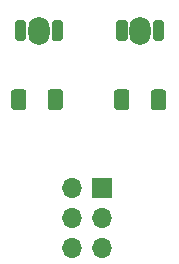
<source format=gbr>
%TF.GenerationSoftware,KiCad,Pcbnew,5.1.10-88a1d61d58~88~ubuntu20.04.1*%
%TF.CreationDate,2021-09-11T09:55:26-04:00*%
%TF.ProjectId,SAO-Alien,53414f2d-416c-4696-956e-2e6b69636164,rev?*%
%TF.SameCoordinates,Original*%
%TF.FileFunction,Soldermask,Bot*%
%TF.FilePolarity,Negative*%
%FSLAX46Y46*%
G04 Gerber Fmt 4.6, Leading zero omitted, Abs format (unit mm)*
G04 Created by KiCad (PCBNEW 5.1.10-88a1d61d58~88~ubuntu20.04.1) date 2021-09-11 09:55:26*
%MOMM*%
%LPD*%
G01*
G04 APERTURE LIST*
%ADD10O,1.700000X1.700000*%
%ADD11R,1.700000X1.700000*%
%ADD12O,1.800000X2.400000*%
G04 APERTURE END LIST*
%TO.C,R2*%
G36*
G01*
X134172600Y-81808481D02*
X134172600Y-80558479D01*
G75*
G02*
X134422599Y-80308480I249999J0D01*
G01*
X135222601Y-80308480D01*
G75*
G02*
X135472600Y-80558479I0J-249999D01*
G01*
X135472600Y-81808481D01*
G75*
G02*
X135222601Y-82058480I-249999J0D01*
G01*
X134422599Y-82058480D01*
G75*
G02*
X134172600Y-81808481I0J249999D01*
G01*
G37*
G36*
G01*
X137272600Y-81808481D02*
X137272600Y-80558479D01*
G75*
G02*
X137522599Y-80308480I249999J0D01*
G01*
X138322601Y-80308480D01*
G75*
G02*
X138572600Y-80558479I0J-249999D01*
G01*
X138572600Y-81808481D01*
G75*
G02*
X138322601Y-82058480I-249999J0D01*
G01*
X137522599Y-82058480D01*
G75*
G02*
X137272600Y-81808481I0J249999D01*
G01*
G37*
%TD*%
%TO.C,R1*%
G36*
G01*
X126745160Y-80548319D02*
X126745160Y-81798321D01*
G75*
G02*
X126495161Y-82048320I-249999J0D01*
G01*
X125695159Y-82048320D01*
G75*
G02*
X125445160Y-81798321I0J249999D01*
G01*
X125445160Y-80548319D01*
G75*
G02*
X125695159Y-80298320I249999J0D01*
G01*
X126495161Y-80298320D01*
G75*
G02*
X126745160Y-80548319I0J-249999D01*
G01*
G37*
G36*
G01*
X129845160Y-80548319D02*
X129845160Y-81798321D01*
G75*
G02*
X129595161Y-82048320I-249999J0D01*
G01*
X128795159Y-82048320D01*
G75*
G02*
X128545160Y-81798321I0J249999D01*
G01*
X128545160Y-80548319D01*
G75*
G02*
X128795159Y-80298320I249999J0D01*
G01*
X129595161Y-80298320D01*
G75*
G02*
X129845160Y-80548319I0J-249999D01*
G01*
G37*
%TD*%
D10*
%TO.C,J1*%
X130606800Y-93705680D03*
X133146800Y-93705680D03*
X130606800Y-91165680D03*
X133146800Y-91165680D03*
X130606800Y-88625680D03*
D11*
X133146800Y-88625680D03*
%TD*%
D12*
%TO.C,D2*%
X136382760Y-75321160D03*
G36*
G01*
X137457760Y-76006160D02*
X137457760Y-74636160D01*
G75*
G02*
X137647760Y-74446160I190000J0D01*
G01*
X138217760Y-74446160D01*
G75*
G02*
X138407760Y-74636160I0J-190000D01*
G01*
X138407760Y-76006160D01*
G75*
G02*
X138217760Y-76196160I-190000J0D01*
G01*
X137647760Y-76196160D01*
G75*
G02*
X137457760Y-76006160I0J190000D01*
G01*
G37*
G36*
G01*
X134357760Y-76006160D02*
X134357760Y-74636160D01*
G75*
G02*
X134547760Y-74446160I190000J0D01*
G01*
X135117760Y-74446160D01*
G75*
G02*
X135307760Y-74636160I0J-190000D01*
G01*
X135307760Y-76006160D01*
G75*
G02*
X135117760Y-76196160I-190000J0D01*
G01*
X134547760Y-76196160D01*
G75*
G02*
X134357760Y-76006160I0J190000D01*
G01*
G37*
%TD*%
%TO.C,D1*%
X127797560Y-75326240D03*
G36*
G01*
X126722560Y-74641240D02*
X126722560Y-76011240D01*
G75*
G02*
X126532560Y-76201240I-190000J0D01*
G01*
X125962560Y-76201240D01*
G75*
G02*
X125772560Y-76011240I0J190000D01*
G01*
X125772560Y-74641240D01*
G75*
G02*
X125962560Y-74451240I190000J0D01*
G01*
X126532560Y-74451240D01*
G75*
G02*
X126722560Y-74641240I0J-190000D01*
G01*
G37*
G36*
G01*
X129822560Y-74641240D02*
X129822560Y-76011240D01*
G75*
G02*
X129632560Y-76201240I-190000J0D01*
G01*
X129062560Y-76201240D01*
G75*
G02*
X128872560Y-76011240I0J190000D01*
G01*
X128872560Y-74641240D01*
G75*
G02*
X129062560Y-74451240I190000J0D01*
G01*
X129632560Y-74451240D01*
G75*
G02*
X129822560Y-74641240I0J-190000D01*
G01*
G37*
%TD*%
M02*

</source>
